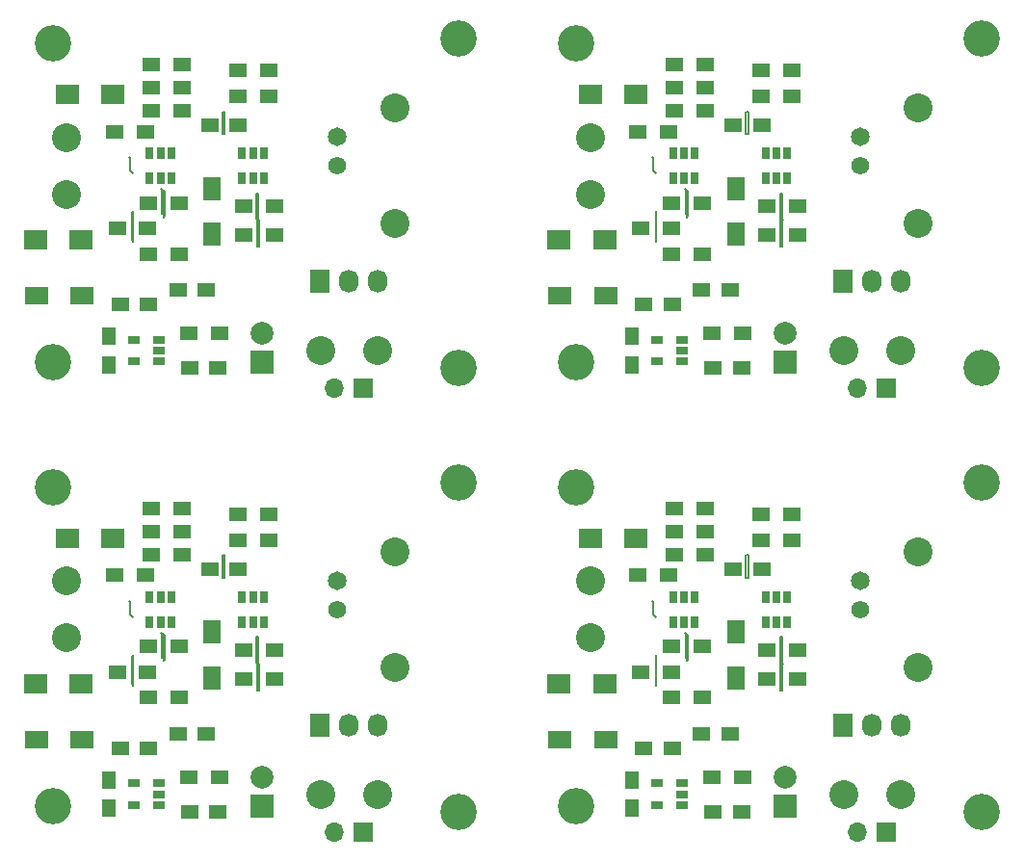
<source format=gts>
%MOIN*%
%OFA0B0*%
%FSLAX46Y46*%
%IPPOS*%
%LPD*%
%ADD10C,0.0078740157480314977*%
%ADD11C,0.12598425196850396*%
%ADD12R,0.07874015748031496X0.066929133858267723*%
%ADD13R,0.059055118110236227X0.049212598425196853*%
%ADD14R,0.049212598425196853X0.059055118110236227*%
%ADD15R,0.059055118110236227X0.051181102362204731*%
%ADD16C,0.1*%
%ADD17R,0.025590551181102365X0.041732283464566935*%
%ADD18R,0.041732283464566935X0.025590551181102365*%
%ADD19R,0.07874015748031496X0.07874015748031496*%
%ADD20C,0.07874015748031496*%
%ADD21C,0.062*%
%ADD22C,0.065*%
%ADD23R,0.068X0.08*%
%ADD24O,0.068X0.08*%
%ADD25R,0.07874015748031496X0.062992125984251982*%
%ADD26R,0.062992125984251982X0.07874015748031496*%
%ADD27R,0.066929133858267723X0.066929133858267723*%
%ADD28O,0.066929133858267723X0.066929133858267723*%
%ADD39C,0.0078740157480314977*%
%ADD40C,0.12598425196850396*%
%ADD41R,0.07874015748031496X0.066929133858267723*%
%ADD42R,0.059055118110236227X0.049212598425196853*%
%ADD43R,0.049212598425196853X0.059055118110236227*%
%ADD44R,0.059055118110236227X0.051181102362204731*%
%ADD45C,0.1*%
%ADD46R,0.025590551181102365X0.041732283464566935*%
%ADD47R,0.041732283464566935X0.025590551181102365*%
%ADD48R,0.07874015748031496X0.07874015748031496*%
%ADD49C,0.07874015748031496*%
%ADD50C,0.062*%
%ADD51C,0.065*%
%ADD52R,0.068X0.08*%
%ADD53O,0.068X0.08*%
%ADD54R,0.07874015748031496X0.062992125984251982*%
%ADD55R,0.062992125984251982X0.07874015748031496*%
%ADD56R,0.066929133858267723X0.066929133858267723*%
%ADD57O,0.066929133858267723X0.066929133858267723*%
%ADD58C,0.0078740157480314977*%
%ADD59C,0.12598425196850396*%
%ADD60R,0.07874015748031496X0.066929133858267723*%
%ADD61R,0.059055118110236227X0.049212598425196853*%
%ADD62R,0.049212598425196853X0.059055118110236227*%
%ADD63R,0.059055118110236227X0.051181102362204731*%
%ADD64C,0.1*%
%ADD65R,0.025590551181102365X0.041732283464566935*%
%ADD66R,0.041732283464566935X0.025590551181102365*%
%ADD67R,0.07874015748031496X0.07874015748031496*%
%ADD68C,0.07874015748031496*%
%ADD69C,0.062*%
%ADD70C,0.065*%
%ADD71R,0.068X0.08*%
%ADD72O,0.068X0.08*%
%ADD73R,0.07874015748031496X0.062992125984251982*%
%ADD74R,0.062992125984251982X0.07874015748031496*%
%ADD75R,0.066929133858267723X0.066929133858267723*%
%ADD76O,0.066929133858267723X0.066929133858267723*%
%ADD77C,0.0078740157480314977*%
%ADD78C,0.12598425196850396*%
%ADD79R,0.07874015748031496X0.066929133858267723*%
%ADD80R,0.059055118110236227X0.049212598425196853*%
%ADD81R,0.049212598425196853X0.059055118110236227*%
%ADD82R,0.059055118110236227X0.051181102362204731*%
%ADD83C,0.1*%
%ADD84R,0.025590551181102365X0.041732283464566935*%
%ADD85R,0.041732283464566935X0.025590551181102365*%
%ADD86R,0.07874015748031496X0.07874015748031496*%
%ADD87C,0.07874015748031496*%
%ADD88C,0.062*%
%ADD89C,0.065*%
%ADD90R,0.068X0.08*%
%ADD91O,0.068X0.08*%
%ADD92R,0.07874015748031496X0.062992125984251982*%
%ADD93R,0.062992125984251982X0.07874015748031496*%
%ADD94R,0.066929133858267723X0.066929133858267723*%
%ADD95O,0.066929133858267723X0.066929133858267723*%
G01*
D10*
X0000752000Y0001025322D02*
X0000747000Y0001025322D01*
X0000752000Y0000946322D02*
X0000752000Y0001025322D01*
X0000744000Y0000946322D02*
X0000752000Y0000946322D01*
X0000744000Y0001025322D02*
X0000744000Y0000946322D01*
X0000870000Y0000650322D02*
X0000872000Y0000650322D01*
X0000870000Y0000557322D02*
X0000870000Y0000650322D01*
X0000863000Y0000557322D02*
X0000870000Y0000557322D01*
X0000863000Y0000649322D02*
X0000863000Y0000557322D01*
X0000869000Y0000741322D02*
X0000869000Y0000653322D01*
X0000862000Y0000741322D02*
X0000869000Y0000741322D01*
X0000862000Y0000654322D02*
X0000862000Y0000741322D01*
X0000536000Y0000669322D02*
X0000545000Y0000669322D01*
X0000536000Y0000749322D02*
X0000536000Y0000669322D01*
X0000545000Y0000749322D02*
X0000540000Y0000749322D01*
X0000545000Y0000664322D02*
X0000545000Y0000749322D01*
X0000435000Y0000679322D02*
X0000435000Y0000574322D01*
X0000432000Y0000580322D02*
X0000434000Y0000580322D01*
X0000432000Y0000676322D02*
X0000432000Y0000580322D01*
X0000541000Y0000748322D02*
X0000532000Y0000757322D01*
X0000541000Y0000658322D02*
X0000541000Y0000748322D01*
X0000425000Y0000867322D02*
X0000420000Y0000867322D01*
X0000425000Y0000819322D02*
X0000425000Y0000867322D01*
X0000435000Y0000809322D02*
X0000425000Y0000819322D01*
D11*
X0001560000Y0000137322D03*
D12*
X0000364173Y0001082677D03*
X0000206692Y0001082677D03*
X0000255905Y0000580708D03*
X0000098425Y0000580708D03*
D13*
X0000799212Y0000977322D03*
X0000700787Y0000977322D03*
D14*
X0000350000Y0000148110D03*
X0000350000Y0000246535D03*
D13*
X0000689212Y0000407322D03*
X0000590787Y0000407322D03*
X0000729212Y0000137322D03*
X0000630787Y0000137322D03*
X0000489212Y0000357322D03*
X0000390787Y0000357322D03*
D15*
X0000476377Y0000954724D03*
X0000370078Y0000954724D03*
X0000486220Y0000620078D03*
X0000379921Y0000620078D03*
X0000496850Y0001027322D03*
X0000603149Y0001027322D03*
X0000496850Y0001107322D03*
X0000603149Y0001107322D03*
X0000594488Y0000531496D03*
X0000488188Y0000531496D03*
X0000488188Y0000708661D03*
X0000594488Y0000708661D03*
X0000496850Y0001187322D03*
X0000603149Y0001187322D03*
X0000796850Y0001077322D03*
X0000903149Y0001077322D03*
X0000796850Y0001167322D03*
X0000903149Y0001167322D03*
X0000816850Y0000697322D03*
X0000923149Y0000697322D03*
X0000923149Y0000597322D03*
X0000816850Y0000597322D03*
X0000626850Y0000257322D03*
X0000733149Y0000257322D03*
D16*
X0001280000Y0000197322D03*
X0001083149Y0000197322D03*
X0000206299Y0000738503D03*
X0000206299Y0000935354D03*
D17*
X0000567401Y0000880629D03*
X0000530000Y0000880629D03*
X0000492598Y0000880629D03*
X0000492598Y0000794015D03*
X0000567401Y0000794015D03*
X0000530000Y0000794015D03*
X0000887401Y0000880629D03*
X0000850000Y0000880629D03*
X0000812598Y0000880629D03*
X0000812598Y0000794015D03*
X0000887401Y0000794015D03*
X0000850000Y0000794015D03*
D18*
X0000523307Y0000159921D03*
X0000523307Y0000197322D03*
X0000523307Y0000234724D03*
X0000436692Y0000234724D03*
X0000436692Y0000159921D03*
D19*
X0000880000Y0000157322D03*
D20*
X0000880000Y0000257322D03*
D21*
X0001140000Y0000837322D03*
D22*
X0001140000Y0000937322D03*
D16*
X0001340000Y0001037322D03*
X0001340000Y0000637322D03*
D23*
X0001080000Y0000437322D03*
D24*
X0001180000Y0000437322D03*
X0001280000Y0000437322D03*
D11*
X0000157480Y0000157480D03*
X0001560000Y0001277322D03*
X0000157480Y0001259842D03*
D25*
X0000258740Y0000387322D03*
X0000101259Y0000387322D03*
D26*
X0000708661Y0000757874D03*
X0000708661Y0000600393D03*
D27*
X0001230000Y0000067322D03*
D28*
X0001130000Y0000067322D03*
G04 next file*
G04 #@! TF.GenerationSoftware,KiCad,Pcbnew,(5.1.10)-1*
G04 #@! TF.CreationDate,2022-01-17T16:42:43-05:00*
G04 #@! TF.ProjectId,DiffProbe,44696666-5072-46f6-9265-2e6b69636164,X1*
G04 #@! TF.SameCoordinates,Original*
G04 #@! TF.FileFunction,Soldermask,Top*
G04 #@! TF.FilePolarity,Negative*
G04 Gerber Fmt 4.6, Leading zero omitted, Abs format (unit mm)*
G04 Created by KiCad (PCBNEW (5.1.10)-1) date 2022-01-17 16:42:43*
G01*
G04 APERTURE LIST*
G04 APERTURE END LIST*
D39*
X0002563023Y0001025322D02*
X0002558023Y0001025322D01*
X0002563023Y0000946322D02*
X0002563023Y0001025322D01*
X0002555023Y0000946322D02*
X0002563023Y0000946322D01*
X0002555023Y0001025322D02*
X0002555023Y0000946322D01*
X0002681023Y0000650322D02*
X0002683023Y0000650322D01*
X0002681023Y0000557322D02*
X0002681023Y0000650322D01*
X0002674023Y0000557322D02*
X0002681023Y0000557322D01*
X0002674023Y0000649322D02*
X0002674023Y0000557322D01*
X0002680023Y0000741322D02*
X0002680023Y0000653322D01*
X0002673023Y0000741322D02*
X0002680023Y0000741322D01*
X0002673023Y0000654322D02*
X0002673023Y0000741322D01*
X0002347023Y0000669322D02*
X0002356023Y0000669322D01*
X0002347023Y0000749322D02*
X0002347023Y0000669322D01*
X0002356023Y0000749322D02*
X0002351023Y0000749322D01*
X0002356023Y0000664322D02*
X0002356023Y0000749322D01*
X0002246023Y0000679322D02*
X0002246023Y0000574322D01*
X0002243023Y0000580322D02*
X0002245023Y0000580322D01*
X0002243023Y0000676322D02*
X0002243023Y0000580322D01*
X0002352023Y0000748322D02*
X0002343023Y0000757322D01*
X0002352023Y0000658322D02*
X0002352023Y0000748322D01*
X0002236023Y0000867322D02*
X0002231023Y0000867322D01*
X0002236023Y0000819322D02*
X0002236023Y0000867322D01*
X0002246023Y0000809322D02*
X0002236023Y0000819322D01*
D40*
X0003371023Y0000137322D03*
D41*
X0002175196Y0001082677D03*
X0002017716Y0001082677D03*
X0002066929Y0000580708D03*
X0001909448Y0000580708D03*
D42*
X0002610236Y0000977322D03*
X0002511811Y0000977322D03*
D43*
X0002161023Y0000148110D03*
X0002161023Y0000246535D03*
D42*
X0002500236Y0000407322D03*
X0002401811Y0000407322D03*
X0002540236Y0000137322D03*
X0002441811Y0000137322D03*
X0002300236Y0000357322D03*
X0002201811Y0000357322D03*
D44*
X0002287401Y0000954724D03*
X0002181102Y0000954724D03*
X0002297244Y0000620078D03*
X0002190944Y0000620078D03*
X0002307874Y0001027322D03*
X0002414173Y0001027322D03*
X0002307874Y0001107322D03*
X0002414173Y0001107322D03*
X0002405511Y0000531496D03*
X0002299212Y0000531496D03*
X0002299212Y0000708661D03*
X0002405511Y0000708661D03*
X0002307874Y0001187322D03*
X0002414173Y0001187322D03*
X0002607873Y0001077322D03*
X0002714173Y0001077322D03*
X0002607873Y0001167322D03*
X0002714173Y0001167322D03*
X0002627874Y0000697322D03*
X0002734173Y0000697322D03*
X0002734173Y0000597322D03*
X0002627874Y0000597322D03*
X0002437874Y0000257322D03*
X0002544173Y0000257322D03*
D45*
X0003091023Y0000197322D03*
X0002894173Y0000197322D03*
X0002017322Y0000738503D03*
X0002017322Y0000935354D03*
D46*
X0002378425Y0000880629D03*
X0002341023Y0000880629D03*
X0002303622Y0000880629D03*
X0002303622Y0000794015D03*
X0002378425Y0000794015D03*
X0002341023Y0000794015D03*
X0002698425Y0000880629D03*
X0002661023Y0000880629D03*
X0002623622Y0000880629D03*
X0002623622Y0000794015D03*
X0002698425Y0000794015D03*
X0002661023Y0000794015D03*
D47*
X0002334330Y0000159921D03*
X0002334330Y0000197322D03*
X0002334330Y0000234724D03*
X0002247716Y0000234724D03*
X0002247716Y0000159921D03*
D48*
X0002691023Y0000157322D03*
D49*
X0002691023Y0000257322D03*
D50*
X0002951023Y0000837322D03*
D51*
X0002951023Y0000937322D03*
D45*
X0003151023Y0001037322D03*
X0003151023Y0000637322D03*
D52*
X0002891023Y0000437322D03*
D53*
X0002991023Y0000437322D03*
X0003091023Y0000437322D03*
D40*
X0001968503Y0000157480D03*
X0003371023Y0001277322D03*
X0001968503Y0001259842D03*
D54*
X0002069763Y0000387322D03*
X0001912283Y0000387322D03*
D55*
X0002519685Y0000757874D03*
X0002519685Y0000600393D03*
D56*
X0003041023Y0000067322D03*
D57*
X0002941023Y0000067322D03*
G04 next file*
G04 #@! TF.GenerationSoftware,KiCad,Pcbnew,(5.1.10)-1*
G04 #@! TF.CreationDate,2022-01-17T16:42:43-05:00*
G04 #@! TF.ProjectId,DiffProbe,44696666-5072-46f6-9265-2e6b69636164,X1*
G04 #@! TF.SameCoordinates,Original*
G04 #@! TF.FileFunction,Soldermask,Top*
G04 #@! TF.FilePolarity,Negative*
G04 Gerber Fmt 4.6, Leading zero omitted, Abs format (unit mm)*
G04 Created by KiCad (PCBNEW (5.1.10)-1) date 2022-01-17 16:42:43*
G01*
G04 APERTURE LIST*
G04 APERTURE END LIST*
D58*
X0000752000Y0002560755D02*
X0000747000Y0002560755D01*
X0000752000Y0002481755D02*
X0000752000Y0002560755D01*
X0000744000Y0002481755D02*
X0000752000Y0002481755D01*
X0000744000Y0002560755D02*
X0000744000Y0002481755D01*
X0000870000Y0002185755D02*
X0000872000Y0002185755D01*
X0000870000Y0002092755D02*
X0000870000Y0002185755D01*
X0000863000Y0002092755D02*
X0000870000Y0002092755D01*
X0000863000Y0002184755D02*
X0000863000Y0002092755D01*
X0000869000Y0002276755D02*
X0000869000Y0002188755D01*
X0000862000Y0002276755D02*
X0000869000Y0002276755D01*
X0000862000Y0002189755D02*
X0000862000Y0002276755D01*
X0000536000Y0002204755D02*
X0000545000Y0002204755D01*
X0000536000Y0002284755D02*
X0000536000Y0002204755D01*
X0000545000Y0002284755D02*
X0000540000Y0002284755D01*
X0000545000Y0002199755D02*
X0000545000Y0002284755D01*
X0000435000Y0002214755D02*
X0000435000Y0002109755D01*
X0000432000Y0002115755D02*
X0000434000Y0002115755D01*
X0000432000Y0002211755D02*
X0000432000Y0002115755D01*
X0000541000Y0002283755D02*
X0000532000Y0002292755D01*
X0000541000Y0002193755D02*
X0000541000Y0002283755D01*
X0000425000Y0002402755D02*
X0000420000Y0002402755D01*
X0000425000Y0002354755D02*
X0000425000Y0002402755D01*
X0000435000Y0002344755D02*
X0000425000Y0002354755D01*
D59*
X0001560000Y0001672755D03*
D60*
X0000364173Y0002618110D03*
X0000206692Y0002618110D03*
X0000255905Y0002116141D03*
X0000098425Y0002116141D03*
D61*
X0000799212Y0002512755D03*
X0000700787Y0002512755D03*
D62*
X0000350000Y0001683543D03*
X0000350000Y0001781968D03*
D61*
X0000689212Y0001942755D03*
X0000590787Y0001942755D03*
X0000729212Y0001672755D03*
X0000630787Y0001672755D03*
X0000489212Y0001892755D03*
X0000390787Y0001892755D03*
D63*
X0000476377Y0002490157D03*
X0000370078Y0002490157D03*
X0000486220Y0002155511D03*
X0000379921Y0002155511D03*
X0000496850Y0002562755D03*
X0000603149Y0002562755D03*
X0000496850Y0002642755D03*
X0000603149Y0002642755D03*
X0000594488Y0002066929D03*
X0000488188Y0002066929D03*
X0000488188Y0002244094D03*
X0000594488Y0002244094D03*
X0000496850Y0002722755D03*
X0000603149Y0002722755D03*
X0000796850Y0002612755D03*
X0000903149Y0002612755D03*
X0000796850Y0002702755D03*
X0000903149Y0002702755D03*
X0000816850Y0002232755D03*
X0000923149Y0002232755D03*
X0000923149Y0002132755D03*
X0000816850Y0002132755D03*
X0000626850Y0001792755D03*
X0000733149Y0001792755D03*
D64*
X0001280000Y0001732755D03*
X0001083149Y0001732755D03*
X0000206299Y0002273936D03*
X0000206299Y0002470787D03*
D65*
X0000567401Y0002416062D03*
X0000530000Y0002416062D03*
X0000492598Y0002416062D03*
X0000492598Y0002329448D03*
X0000567401Y0002329448D03*
X0000530000Y0002329448D03*
X0000887401Y0002416062D03*
X0000850000Y0002416062D03*
X0000812598Y0002416062D03*
X0000812598Y0002329448D03*
X0000887401Y0002329448D03*
X0000850000Y0002329448D03*
D66*
X0000523307Y0001695354D03*
X0000523307Y0001732755D03*
X0000523307Y0001770157D03*
X0000436692Y0001770157D03*
X0000436692Y0001695354D03*
D67*
X0000880000Y0001692755D03*
D68*
X0000880000Y0001792755D03*
D69*
X0001140000Y0002372755D03*
D70*
X0001140000Y0002472755D03*
D64*
X0001340000Y0002572755D03*
X0001340000Y0002172755D03*
D71*
X0001080000Y0001972755D03*
D72*
X0001180000Y0001972755D03*
X0001280000Y0001972755D03*
D59*
X0000157480Y0001692913D03*
X0001560000Y0002812755D03*
X0000157480Y0002795275D03*
D73*
X0000258740Y0001922755D03*
X0000101259Y0001922755D03*
D74*
X0000708661Y0002293307D03*
X0000708661Y0002135826D03*
D75*
X0001230000Y0001602755D03*
D76*
X0001130000Y0001602755D03*
G04 next file*
G04 #@! TF.GenerationSoftware,KiCad,Pcbnew,(5.1.10)-1*
G04 #@! TF.CreationDate,2022-01-17T16:42:43-05:00*
G04 #@! TF.ProjectId,DiffProbe,44696666-5072-46f6-9265-2e6b69636164,X1*
G04 #@! TF.SameCoordinates,Original*
G04 #@! TF.FileFunction,Soldermask,Top*
G04 #@! TF.FilePolarity,Negative*
G04 Gerber Fmt 4.6, Leading zero omitted, Abs format (unit mm)*
G04 Created by KiCad (PCBNEW (5.1.10)-1) date 2022-01-17 16:42:43*
G01*
G04 APERTURE LIST*
G04 APERTURE END LIST*
D77*
X0002563023Y0002560755D02*
X0002558023Y0002560755D01*
X0002563023Y0002481755D02*
X0002563023Y0002560755D01*
X0002555023Y0002481755D02*
X0002563023Y0002481755D01*
X0002555023Y0002560755D02*
X0002555023Y0002481755D01*
X0002681023Y0002185755D02*
X0002683023Y0002185755D01*
X0002681023Y0002092755D02*
X0002681023Y0002185755D01*
X0002674023Y0002092755D02*
X0002681023Y0002092755D01*
X0002674023Y0002184755D02*
X0002674023Y0002092755D01*
X0002680023Y0002276755D02*
X0002680023Y0002188755D01*
X0002673023Y0002276755D02*
X0002680023Y0002276755D01*
X0002673023Y0002189755D02*
X0002673023Y0002276755D01*
X0002347023Y0002204755D02*
X0002356023Y0002204755D01*
X0002347023Y0002284755D02*
X0002347023Y0002204755D01*
X0002356023Y0002284755D02*
X0002351023Y0002284755D01*
X0002356023Y0002199755D02*
X0002356023Y0002284755D01*
X0002246023Y0002214755D02*
X0002246023Y0002109755D01*
X0002243023Y0002115755D02*
X0002245023Y0002115755D01*
X0002243023Y0002211755D02*
X0002243023Y0002115755D01*
X0002352023Y0002283755D02*
X0002343023Y0002292755D01*
X0002352023Y0002193755D02*
X0002352023Y0002283755D01*
X0002236023Y0002402755D02*
X0002231023Y0002402755D01*
X0002236023Y0002354755D02*
X0002236023Y0002402755D01*
X0002246023Y0002344755D02*
X0002236023Y0002354755D01*
D78*
X0003371023Y0001672755D03*
D79*
X0002175196Y0002618110D03*
X0002017716Y0002618110D03*
X0002066929Y0002116141D03*
X0001909448Y0002116141D03*
D80*
X0002610236Y0002512755D03*
X0002511811Y0002512755D03*
D81*
X0002161023Y0001683543D03*
X0002161023Y0001781968D03*
D80*
X0002500236Y0001942755D03*
X0002401811Y0001942755D03*
X0002540236Y0001672755D03*
X0002441811Y0001672755D03*
X0002300236Y0001892755D03*
X0002201811Y0001892755D03*
D82*
X0002287401Y0002490157D03*
X0002181102Y0002490157D03*
X0002297244Y0002155511D03*
X0002190944Y0002155511D03*
X0002307874Y0002562755D03*
X0002414173Y0002562755D03*
X0002307874Y0002642755D03*
X0002414173Y0002642755D03*
X0002405511Y0002066929D03*
X0002299212Y0002066929D03*
X0002299212Y0002244094D03*
X0002405511Y0002244094D03*
X0002307874Y0002722755D03*
X0002414173Y0002722755D03*
X0002607873Y0002612755D03*
X0002714173Y0002612755D03*
X0002607873Y0002702755D03*
X0002714173Y0002702755D03*
X0002627874Y0002232755D03*
X0002734173Y0002232755D03*
X0002734173Y0002132755D03*
X0002627874Y0002132755D03*
X0002437874Y0001792755D03*
X0002544173Y0001792755D03*
D83*
X0003091023Y0001732755D03*
X0002894173Y0001732755D03*
X0002017322Y0002273936D03*
X0002017322Y0002470787D03*
D84*
X0002378425Y0002416062D03*
X0002341023Y0002416062D03*
X0002303622Y0002416062D03*
X0002303622Y0002329448D03*
X0002378425Y0002329448D03*
X0002341023Y0002329448D03*
X0002698425Y0002416062D03*
X0002661023Y0002416062D03*
X0002623622Y0002416062D03*
X0002623622Y0002329448D03*
X0002698425Y0002329448D03*
X0002661023Y0002329448D03*
D85*
X0002334330Y0001695354D03*
X0002334330Y0001732755D03*
X0002334330Y0001770157D03*
X0002247716Y0001770157D03*
X0002247716Y0001695354D03*
D86*
X0002691023Y0001692755D03*
D87*
X0002691023Y0001792755D03*
D88*
X0002951023Y0002372755D03*
D89*
X0002951023Y0002472755D03*
D83*
X0003151023Y0002572755D03*
X0003151023Y0002172755D03*
D90*
X0002891023Y0001972755D03*
D91*
X0002991023Y0001972755D03*
X0003091023Y0001972755D03*
D78*
X0001968503Y0001692913D03*
X0003371023Y0002812755D03*
X0001968503Y0002795275D03*
D92*
X0002069763Y0001922755D03*
X0001912283Y0001922755D03*
D93*
X0002519685Y0002293307D03*
X0002519685Y0002135826D03*
D94*
X0003041023Y0001602755D03*
D95*
X0002941023Y0001602755D03*
M02*
</source>
